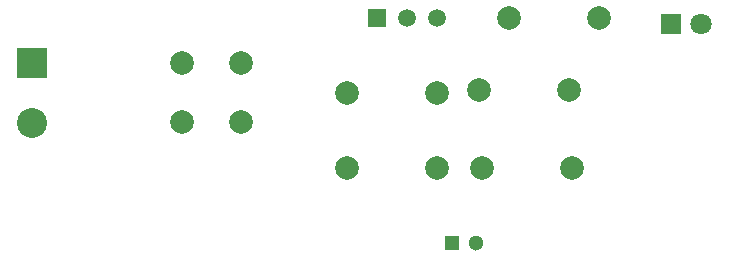
<source format=gbr>
%TF.GenerationSoftware,KiCad,Pcbnew,(5.1.6)-1*%
%TF.CreationDate,2020-09-07T11:51:13+05:30*%
%TF.ProjectId,fading led lights,66616469-6e67-4206-9c65-64206c696768,rev?*%
%TF.SameCoordinates,Original*%
%TF.FileFunction,Copper,L1,Top*%
%TF.FilePolarity,Positive*%
%FSLAX46Y46*%
G04 Gerber Fmt 4.6, Leading zero omitted, Abs format (unit mm)*
G04 Created by KiCad (PCBNEW (5.1.6)-1) date 2020-09-07 11:51:13*
%MOMM*%
%LPD*%
G01*
G04 APERTURE LIST*
%TA.AperFunction,ComponentPad*%
%ADD10R,1.300000X1.300000*%
%TD*%
%TA.AperFunction,ComponentPad*%
%ADD11C,1.300000*%
%TD*%
%TA.AperFunction,ComponentPad*%
%ADD12R,1.800000X1.800000*%
%TD*%
%TA.AperFunction,ComponentPad*%
%ADD13C,1.800000*%
%TD*%
%TA.AperFunction,ComponentPad*%
%ADD14R,2.540000X2.540000*%
%TD*%
%TA.AperFunction,ComponentPad*%
%ADD15C,2.540000*%
%TD*%
%TA.AperFunction,ComponentPad*%
%ADD16C,1.520000*%
%TD*%
%TA.AperFunction,ComponentPad*%
%ADD17R,1.520000X1.520000*%
%TD*%
%TA.AperFunction,ComponentPad*%
%ADD18C,1.998980*%
%TD*%
%TA.AperFunction,ComponentPad*%
%ADD19C,2.000000*%
%TD*%
G04 APERTURE END LIST*
D10*
%TO.P,C1,1*%
%TO.N,Net-(C1-Pad1)*%
X151130000Y-107950000D03*
D11*
%TO.P,C1,2*%
%TO.N,Net-(C1-Pad2)*%
X153130000Y-107950000D03*
%TD*%
D12*
%TO.P,D1,1*%
%TO.N,Net-(D1-Pad1)*%
X169672000Y-89408000D03*
D13*
%TO.P,D1,2*%
%TO.N,Net-(D1-Pad2)*%
X172212000Y-89408000D03*
%TD*%
D14*
%TO.P,J1,1*%
%TO.N,Net-(D1-Pad2)*%
X115570000Y-92710000D03*
D15*
%TO.P,J1,2*%
%TO.N,Net-(C1-Pad2)*%
X115570000Y-97790000D03*
%TD*%
D16*
%TO.P,Q1,2*%
%TO.N,Net-(Q1-Pad2)*%
X147320000Y-88900000D03*
%TO.P,Q1,3*%
%TO.N,Net-(C1-Pad2)*%
X149860000Y-88900000D03*
D17*
%TO.P,Q1,1*%
%TO.N,Net-(Q1-Pad1)*%
X144780000Y-88900000D03*
%TD*%
D18*
%TO.P,R1,1*%
%TO.N,Net-(R1-Pad1)*%
X142240000Y-95250000D03*
%TO.P,R1,2*%
%TO.N,Net-(C1-Pad2)*%
X149860000Y-95250000D03*
%TD*%
%TO.P,R2,1*%
%TO.N,Net-(C1-Pad1)*%
X161036000Y-94996000D03*
%TO.P,R2,2*%
%TO.N,Net-(R1-Pad1)*%
X153416000Y-94996000D03*
%TD*%
%TO.P,R3,1*%
%TO.N,Net-(C1-Pad1)*%
X161290000Y-101600000D03*
%TO.P,R3,2*%
%TO.N,Net-(C1-Pad2)*%
X153670000Y-101600000D03*
%TD*%
%TO.P,R4,1*%
%TO.N,Net-(Q1-Pad2)*%
X142240000Y-101600000D03*
%TO.P,R4,2*%
%TO.N,Net-(C1-Pad1)*%
X149860000Y-101600000D03*
%TD*%
%TO.P,R5,1*%
%TO.N,Net-(D1-Pad1)*%
X163576000Y-88900000D03*
%TO.P,R5,2*%
%TO.N,Net-(Q1-Pad1)*%
X155956000Y-88900000D03*
%TD*%
D19*
%TO.P,SW1,1*%
%TO.N,Net-(D1-Pad2)*%
X128270000Y-92710000D03*
%TO.P,SW1,2*%
%TO.N,Net-(R1-Pad1)*%
X133270000Y-92710000D03*
%TO.P,SW1,4*%
%TO.N,N/C*%
X133270000Y-97710000D03*
%TO.P,SW1,3*%
X128270000Y-97710000D03*
%TD*%
M02*

</source>
